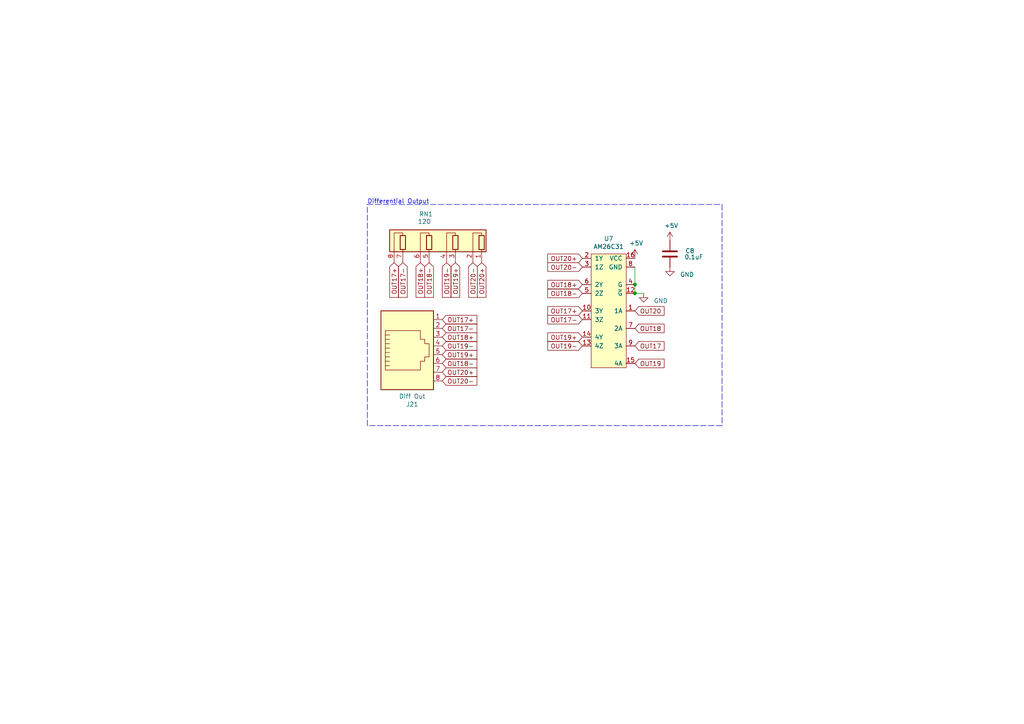
<source format=kicad_sch>
(kicad_sch (version 20250114) (generator "eeschema") (generator_version "9.0")
  (paper "A4")
  (title_block (title "PB 16 Expansion") (date "2026-02-16") (rev "v5") (company "Scott Hanson"))
  (lib_symbols
    (symbol "AM26C31:AM26C31" (pin_names (offset 1.016))
      (property "Reference" "IC" (at -5.08 17.78 0))
      (property "Value" "AM26C31_AM26C31" (at -5.08 -17.78 0))
      (symbol "AM26C31_0_0"
        (pin power_in line (at -7.62 15.24 0) (length 2.54) (name "VCC") (number "16"))
        (pin power_in line (at -7.62 12.7 0) (length 2.54) (name "GND") (number "8"))
        (pin input line (at -7.62 7.62 0) (length 2.54) (name "G") (number "4"))
        (pin input line (at -7.62 5.08 0) (length 2.54) (name "~{G}") (number "12"))
        (pin input line (at -7.62 0 0) (length 2.54) (name "1A") (number "1"))
        (pin input line (at -7.62 -5.08 0) (length 2.54) (name "2A") (number "7"))
        (pin input line (at -7.62 -10.16 0) (length 2.54) (name "3A") (number "9"))
        (pin input line (at -7.62 -15.24 0) (length 2.54) (name "4A") (number "15"))
        (pin output line (at 7.62 15.24 180) (length 2.54) (name "1Y") (number "2"))
        (pin output line (at 7.62 12.7 180) (length 2.54) (name "1Z") (number "3"))
        (pin output line (at 7.62 7.62 180) (length 2.54) (name "2Y") (number "6"))
        (pin output line (at 7.62 5.08 180) (length 2.54) (name "2Z") (number "5"))
        (pin output line (at 7.62 0 180) (length 2.54) (name "3Y") (number "10"))
        (pin output line (at 7.62 -2.54 180) (length 2.54) (name "3Z") (number "11"))
        (pin output line (at 7.62 -7.62 180) (length 2.54) (name "4Y") (number "14"))
        (pin output line (at 7.62 -10.16 180) (length 2.54) (name "4Z") (number "13"))
      )
      (symbol "AM26C31_0_1"
        (rectangle (start -5.08 16.51) (end 5.08 -16.51) (fill (type background)))
      )
    )
    (symbol "Connector:RJ45" (pin_names (offset 1.016))
      (property "Reference" "J" (at -5.08 13.97 0))
      (property "Value" "RJ45" (at 2.54 13.97 0))
      (symbol "RJ45_0_1"
        (polyline (pts (xy -6.35 1.905) (xy -5.08 1.905) (xy -5.08 1.905)))
        (polyline (pts (xy -6.35 0.635) (xy -5.08 0.635) (xy -5.08 0.635)))
        (polyline (pts (xy -6.35 -0.635) (xy -5.08 -0.635) (xy -5.08 -0.635)))
        (polyline (pts (xy -6.35 -1.905) (xy -5.08 -1.905) (xy -5.08 -1.905)))
        (polyline (pts (xy -6.35 -3.175) (xy -5.08 -3.175) (xy -5.08 -3.175)))
        (polyline (pts (xy -6.35 -4.445) (xy -6.35 6.985) (xy 3.81 6.985) (xy 3.81 4.445) (xy 5.08 4.445) (xy 5.08 3.175) (xy 6.35 3.175) (xy 6.35 -0.635) (xy 5.08 -0.635) (xy 5.08 -1.905) (xy 3.81 -1.905) (xy 3.81 -4.445) (xy -6.35 -4.445) (xy -6.35 -4.445)))
        (polyline (pts (xy -5.08 5.715) (xy -6.35 5.715)))
        (polyline (pts (xy -5.08 4.445) (xy -6.35 4.445)))
        (polyline (pts (xy -5.08 3.175) (xy -6.35 3.175) (xy -6.35 3.175)))
        (rectangle (start 7.62 12.7) (end -7.62 -10.16) (stroke (width 0.254)) (fill (type background)))
      )
      (symbol "RJ45_1_1"
        (pin passive line (at 10.16 10.16 180) (length 2.54) (name "~") (number "8"))
        (pin passive line (at 10.16 7.62 180) (length 2.54) (name "~") (number "7"))
        (pin passive line (at 10.16 5.08 180) (length 2.54) (name "~") (number "6"))
        (pin passive line (at 10.16 2.54 180) (length 2.54) (name "~") (number "5"))
        (pin passive line (at 10.16 0 180) (length 2.54) (name "~") (number "4"))
        (pin passive line (at 10.16 -2.54 180) (length 2.54) (name "~") (number "3"))
        (pin passive line (at 10.16 -5.08 180) (length 2.54) (name "~") (number "2"))
        (pin passive line (at 10.16 -7.62 180) (length 2.54) (name "~") (number "1"))
      )
    )
    (symbol "Device:C" (pin_numbers (hide yes)) (pin_names (offset 0.254))
      (property "Reference" "C" (at 0.635 2.54 0))
      (property "Value" "C" (at 0.635 -2.54 0))
      (symbol "C_0_1"
        (polyline (pts (xy -2.032 0.762) (xy 2.032 0.762)) (stroke (width 0.508)))
        (polyline (pts (xy -2.032 -0.762) (xy 2.032 -0.762)) (stroke (width 0.508)))
      )
      (symbol "C_1_1"
        (pin passive line (at 0 3.81 270) (length 2.794) (name "~") (number "1"))
        (pin passive line (at 0 -3.81 90) (length 2.794) (name "~") (number "2"))
      )
    )
    (symbol "Device:R_Pack04_SIP" (pin_names (offset 0) (hide yes))
      (property "Reference" "RN" (at -15.24 0 90))
      (property "Value" "R_Pack04_SIP" (at 15.24 0 90))
      (symbol "R_Pack04_SIP_0_1"
        (rectangle (start -13.97 -1.905) (end 13.97 4.445) (stroke (width 0.254)) (fill (type background)))
        (rectangle (start -13.462 2.794) (end -11.938 -1.27) (stroke (width 0.254)))
        (polyline (pts (xy -12.7 2.794) (xy -12.7 3.556) (xy -10.16 3.556) (xy -10.16 -1.27)))
        (rectangle (start -5.842 2.794) (end -4.318 -1.27) (stroke (width 0.254)))
        (polyline (pts (xy -5.08 2.794) (xy -5.08 3.556) (xy -2.54 3.556) (xy -2.54 -1.27)))
        (rectangle (start 1.778 2.794) (end 3.302 -1.27) (stroke (width 0.254)))
        (polyline (pts (xy 2.54 2.794) (xy 2.54 3.556) (xy 5.08 3.556) (xy 5.08 -1.27)))
        (rectangle (start 9.398 2.794) (end 10.922 -1.27) (stroke (width 0.254)))
        (polyline (pts (xy 10.16 2.794) (xy 10.16 3.556) (xy 12.7 3.556) (xy 12.7 -1.27)))
      )
      (symbol "R_Pack04_SIP_1_1"
        (pin passive line (at -12.7 -5.08 90) (length 3.81) (name "R1.1") (number "1"))
        (pin passive line (at -10.16 -5.08 90) (length 3.81) (name "R1.2") (number "2"))
        (pin passive line (at -5.08 -5.08 90) (length 3.81) (name "R2.1") (number "3"))
        (pin passive line (at -2.54 -5.08 90) (length 3.81) (name "R2.2") (number "4"))
        (pin passive line (at 2.54 -5.08 90) (length 3.81) (name "R3.1") (number "5"))
        (pin passive line (at 5.08 -5.08 90) (length 3.81) (name "R3.2") (number "6"))
        (pin passive line (at 10.16 -5.08 90) (length 3.81) (name "R4.1") (number "7"))
        (pin passive line (at 12.7 -5.08 90) (length 3.81) (name "R4.2") (number "8"))
      )
    )
    (symbol "power:+5V" (power) (pin_names (offset 0))
      (property "Value" "+5V" (at 0 3.556 0))
      (symbol "+5V_0_1"
        (polyline (pts (xy -0.762 1.27) (xy 0 2.54)))
        (polyline (pts (xy 0 2.54) (xy 0.762 1.27)))
        (polyline (pts (xy 0 0) (xy 0 2.54)))
      )
      (symbol "+5V_1_1"
        (pin power_in line (at 0 0 90) (length 0) (hide yes) (name "+5V") (number "1"))
      )
    )
    (symbol "power:GND" (power) (pin_names (offset 0))
      (property "Value" "GND" (at 0 -3.81 0))
      (symbol "GND_0_1"
        (polyline (pts (xy 0 0) (xy 0 -1.27) (xy 1.27 -1.27) (xy 0 -2.54) (xy -1.27 -1.27) (xy 0 -1.27)))
      )
      (symbol "GND_1_1"
        (pin power_in line (at 0 0 270) (length 0) (hide yes) (name "GND") (number "1"))
      )
    )
  )
  (text "Differential Output" (at 106.553 59.309 0) (effects (font (size 1.27 1.27)) (justify left bottom)))
  (junction (at 184.15 85.09))
  (junction (at 184.15 82.55))
  (wire (pts (xy 184.15 85.09) (xy 186.69 85.09)))
  (polyline (pts (xy 106.553 59.309) (xy 209.423 59.309)) (stroke (width 0) (type dash)))
  (polyline (pts (xy 209.423 59.309) (xy 209.423 123.444)) (stroke (width 0) (type dash)))
  (polyline (pts (xy 209.423 123.444) (xy 106.553 123.444)) (stroke (width 0) (type dash)))
  (wire (pts (xy 184.15 82.55) (xy 184.15 85.09)))
  (wire (pts (xy 184.15 77.47) (xy 184.15 82.55)))
  (polyline (pts (xy 106.553 123.444) (xy 106.553 59.309)) (stroke (width 0) (type dash)))
  (global_label "OUT17-" (shape input) (at 168.91 92.71 180) (property "Intersheetrefs" "${INTERSHEET_REFS}" (effects (hide yes))))
  (global_label "OUT18-" (shape input) (at 168.91 85.09 180) (property "Intersheetrefs" "${INTERSHEET_REFS}" (effects (hide yes))))
  (global_label "OUT18+" (shape input) (at 128.27 97.79 0) (property "Intersheetrefs" "${INTERSHEET_REFS}" (effects (hide yes))))
  (global_label "OUT18+" (shape input) (at 168.91 82.55 180) (property "Intersheetrefs" "${INTERSHEET_REFS}" (effects (hide yes))))
  (global_label "OUT19-" (shape input) (at 128.27 100.33 0) (property "Intersheetrefs" "${INTERSHEET_REFS}" (effects (hide yes))))
  (global_label "OUT20+" (shape input) (at 128.27 107.95 0) (property "Intersheetrefs" "${INTERSHEET_REFS}" (effects (hide yes))))
  (global_label "OUT17-" (shape input) (at 128.27 95.25 0) (property "Intersheetrefs" "${INTERSHEET_REFS}" (effects (hide yes))))
  (global_label "OUT20" (shape input) (at 184.15 90.17 0) (property "Intersheetrefs" "${INTERSHEET_REFS}" (effects (hide yes))))
  (global_label "OUT17+" (shape input) (at 128.27 92.71 0) (property "Intersheetrefs" "${INTERSHEET_REFS}" (effects (hide yes))))
  (global_label "OUT17-" (shape input) (at 116.84 76.2 270) (property "Intersheetrefs" "${INTERSHEET_REFS}" (effects (hide yes))))
  (global_label "OUT18" (shape input) (at 184.15 95.25 0) (property "Intersheetrefs" "${INTERSHEET_REFS}" (effects (hide yes))))
  (global_label "OUT18+" (shape input) (at 121.92 76.2 270) (property "Intersheetrefs" "${INTERSHEET_REFS}" (effects (hide yes))))
  (global_label "OUT19+" (shape input) (at 168.91 97.79 180) (property "Intersheetrefs" "${INTERSHEET_REFS}" (effects (hide yes))))
  (global_label "OUT18-" (shape input) (at 124.46 76.2 270) (property "Intersheetrefs" "${INTERSHEET_REFS}" (effects (hide yes))))
  (global_label "OUT19+" (shape input) (at 132.08 76.2 270) (property "Intersheetrefs" "${INTERSHEET_REFS}" (effects (hide yes))))
  (global_label "OUT20-" (shape input) (at 137.16 76.2 270) (property "Intersheetrefs" "${INTERSHEET_REFS}" (effects (hide yes))))
  (global_label "OUT20+" (shape input) (at 139.7 76.2 270) (property "Intersheetrefs" "${INTERSHEET_REFS}" (effects (hide yes))))
  (global_label "OUT19-" (shape input) (at 168.91 100.33 180) (property "Intersheetrefs" "${INTERSHEET_REFS}" (effects (hide yes))))
  (global_label "OUT19+" (shape input) (at 128.27 102.87 0) (property "Intersheetrefs" "${INTERSHEET_REFS}" (effects (hide yes))))
  (global_label "OUT17+" (shape input) (at 168.91 90.17 180) (property "Intersheetrefs" "${INTERSHEET_REFS}" (effects (hide yes))))
  (global_label "OUT18-" (shape input) (at 128.27 105.41 0) (property "Intersheetrefs" "${INTERSHEET_REFS}" (effects (hide yes))))
  (global_label "OUT20-" (shape input) (at 168.91 77.47 180) (property "Intersheetrefs" "${INTERSHEET_REFS}" (effects (hide yes))))
  (global_label "OUT20+" (shape input) (at 168.91 74.93 180) (property "Intersheetrefs" "${INTERSHEET_REFS}" (effects (hide yes))))
  (global_label "OUT17" (shape input) (at 184.15 100.33 0) (property "Intersheetrefs" "${INTERSHEET_REFS}" (effects (hide yes))))
  (global_label "OUT17+" (shape input) (at 114.3 76.2 270) (property "Intersheetrefs" "${INTERSHEET_REFS}" (effects (hide yes))))
  (global_label "OUT20-" (shape input) (at 128.27 110.49 0) (property "Intersheetrefs" "${INTERSHEET_REFS}" (effects (hide yes))))
  (global_label "OUT19" (shape input) (at 184.15 105.41 0) (property "Intersheetrefs" "${INTERSHEET_REFS}" (effects (hide yes))))
  (global_label "OUT19-" (shape input) (at 129.54 76.2 270) (property "Intersheetrefs" "${INTERSHEET_REFS}" (effects (hide yes))))
  (symbol (lib_id "Device:R_Pack04_SIP") (at 127 71.12 0) (mirror y) (unit 1)
    (property "Reference" "RN1" (at 121.539 62.103 0) (effects (justify right)))
    (property "Value" "120" (at 121.158 64.262 0) (effects (justify right)))
    (property "Footprint" "Resistor_THT:R_Array_SIP8" (effects (hide yes)))
    (property "Datasheet" "http://www.vishay.com/docs/31509/csc.pdf" (effects (hide yes)))
    (property "Digikey PN" "4608X-2-121LF-ND" (effects (hide yes)))
    (property "Digi-Key_PN" "4608X-2-121LF-ND" (effects (hide yes)))
    (property "MPN" "4608X-102-121LF" (effects (hide yes)))
  )
  (symbol (lib_id "Connector:RJ45") (at 118.11 100.33 0) (mirror x) (unit 1)
    (property "Reference" "J21" (at 119.5578 117.2718 0))
    (property "Value" "Diff Out" (at 119.5578 114.9604 0))
    (property "Footprint" "Connector_RJ:RJ45_Amphenol_54602-x08_Horizontal" (effects (hide yes)))
    (property "Digi-Key_PN" "AE10392-ND" (effects (hide yes)))
    (property "MPN" "X05ADIWA1DY1022" (effects (hide yes)))
    (property "LCSC" "C2938579" (effects (hide yes)))
  )
  (symbol (lib_id "AM26C31:AM26C31") (at 176.53 90.17 0) (mirror y) (unit 1)
    (property "Reference" "U7" (at 176.53 69.215 0))
    (property "Value" "AM26C31" (at 176.53 71.5264 0))
    (property "Footprint" "Package_DIP:DIP-16_W7.62mm" (effects (hide yes)))
    (property "Datasheet" "http://www.ti.com.cn/cn/lit/ds/symlink/am26c31.pdf" (effects (hide yes)))
    (property "Farnell" "4975637" (effects (hide yes)))
    (property "Digi-Key_PN" "296-6785-5-ND" (effects (hide yes)))
    (property "MPN" "AM26C31IN" (effects (hide yes)))
  )
  (symbol (lib_id "Device:C") (at 194.31 73.66 0) (unit 1)
    (property "Reference" "C8" (at 198.755 72.771 0) (effects (justify left)))
    (property "Value" "0.1uF" (at 198.501 74.549 0) (effects (justify left)))
    (property "Footprint" "Capacitor_THT:C_Rect_L7.0mm_W2.0mm_P5.00mm" (effects (hide yes)))
    (property "Digi-Key_PN" "478-7336-1-ND" (effects (hide yes)))
    (property "MPN" "SR215C104KARTR1" (effects (hide yes)))
  )
  (symbol (lib_id "power:+5V") (at 184.15 74.93 0) (unit 1)
    (property "Reference" "#PWR074" (effects (hide yes)))
    (property "Value" "+5V" (at 184.531 70.5358 0))
  )
  (symbol (lib_id "power:GND") (at 186.69 85.09 0) (unit 1)
    (property "Reference" "#PWR075" (effects (hide yes)))
    (property "Value" "GND" (at 191.643 87.249 0))
  )
  (symbol (lib_id "power:+5V") (at 194.31 69.85 0) (unit 1)
    (property "Reference" "#PWR076" (effects (hide yes)))
    (property "Value" "+5V" (at 194.691 65.4558 0))
  )
  (symbol (lib_id "power:GND") (at 194.31 77.47 0) (unit 1)
    (property "Reference" "#PWR077" (effects (hide yes)))
    (property "Value" "GND" (at 199.263 79.629 0))
  )
)
</source>
